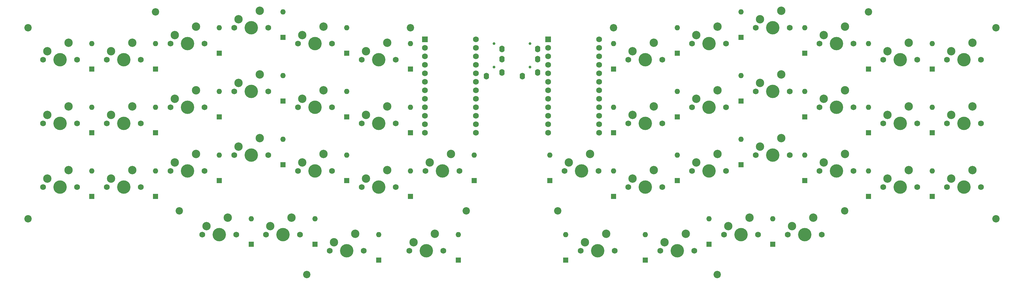
<source format=gbr>
%TF.GenerationSoftware,KiCad,Pcbnew,7.0.8*%
%TF.CreationDate,2023-11-04T09:20:36+09:00*%
%TF.ProjectId,scene46,7363656e-6534-4362-9e6b-696361645f70,rev?*%
%TF.SameCoordinates,Original*%
%TF.FileFunction,Soldermask,Bot*%
%TF.FilePolarity,Negative*%
%FSLAX46Y46*%
G04 Gerber Fmt 4.6, Leading zero omitted, Abs format (unit mm)*
G04 Created by KiCad (PCBNEW 7.0.8) date 2023-11-04 09:20:36*
%MOMM*%
%LPD*%
G01*
G04 APERTURE LIST*
%ADD10C,0.800000*%
%ADD11O,1.600000X2.000000*%
%ADD12C,1.750000*%
%ADD13C,4.000000*%
%ADD14C,2.500000*%
%ADD15C,2.200000*%
%ADD16R,1.752600X1.752600*%
%ADD17C,1.752600*%
%ADD18R,1.600000X1.600000*%
%ADD19O,1.600000X1.600000*%
G04 APERTURE END LIST*
D10*
%TO.C,U3*%
X158353125Y-28575000D03*
X158353125Y-35575000D03*
D11*
X156053125Y-38275000D03*
X160653125Y-37175000D03*
X160653125Y-33175000D03*
X160653125Y-30175000D03*
%TD*%
D12*
%TO.C,S32*%
X236593362Y-42862500D03*
D13*
X241673362Y-42862500D03*
D12*
X246753362Y-42862500D03*
D14*
X237863362Y-40322500D03*
X244213362Y-37782500D03*
%TD*%
D15*
%TO.C,H5*%
X64293750Y-78581250D03*
%TD*%
D12*
%TO.C,S35*%
X293743362Y-52387500D03*
D13*
X298823362Y-52387500D03*
D12*
X303903362Y-52387500D03*
D14*
X295013362Y-49847500D03*
X301363362Y-47307500D03*
%TD*%
D12*
%TO.C,S9*%
X61595000Y-47625000D03*
D13*
X66675000Y-47625000D03*
D12*
X71755000Y-47625000D03*
D14*
X62865000Y-45085000D03*
X69215000Y-42545000D03*
%TD*%
D12*
%TO.C,S26*%
X236593362Y-23812500D03*
D13*
X241673362Y-23812500D03*
D12*
X246753362Y-23812500D03*
D14*
X237863362Y-21272500D03*
X244213362Y-18732500D03*
%TD*%
D15*
%TO.C,H1*%
X19050000Y-23812500D03*
%TD*%
D12*
%TO.C,S39*%
X236593362Y-61912500D03*
D13*
X241673362Y-61912500D03*
D12*
X246753362Y-61912500D03*
D14*
X237863362Y-59372500D03*
X244213362Y-56832500D03*
%TD*%
D12*
%TO.C,S16*%
X80645000Y-61912500D03*
D13*
X85725000Y-61912500D03*
D12*
X90805000Y-61912500D03*
D14*
X81915000Y-59372500D03*
X88265000Y-56832500D03*
%TD*%
D12*
%TO.C,S43*%
X184205862Y-90487500D03*
D13*
X189285862Y-90487500D03*
D12*
X194365862Y-90487500D03*
D14*
X185475862Y-87947500D03*
X191825862Y-85407500D03*
%TD*%
D12*
%TO.C,S13*%
X23495000Y-71437500D03*
D13*
X28575000Y-71437500D03*
D12*
X33655000Y-71437500D03*
D14*
X24765000Y-68897500D03*
X31115000Y-66357500D03*
%TD*%
D12*
%TO.C,S10*%
X80645000Y-42862500D03*
D13*
X85725000Y-42862500D03*
D12*
X90805000Y-42862500D03*
D14*
X81915000Y-40322500D03*
X88265000Y-37782500D03*
%TD*%
D12*
%TO.C,S2*%
X42545000Y-33337500D03*
D13*
X47625000Y-33337500D03*
D12*
X52705000Y-33337500D03*
D14*
X43815000Y-30797500D03*
X50165000Y-28257500D03*
%TD*%
D15*
%TO.C,H10*%
X177379612Y-78581250D03*
%TD*%
D12*
%TO.C,S17*%
X99695000Y-66675000D03*
D13*
X104775000Y-66675000D03*
D12*
X109855000Y-66675000D03*
D14*
X100965000Y-64135000D03*
X107315000Y-61595000D03*
%TD*%
D15*
%TO.C,H4*%
X102393750Y-97631250D03*
%TD*%
D10*
%TO.C,U4*%
X169045237Y-28575000D03*
X169045237Y-35575000D03*
D11*
X166745237Y-38275000D03*
X171345237Y-37175000D03*
X171345237Y-33175000D03*
X171345237Y-30175000D03*
%TD*%
D15*
%TO.C,H13*%
X308348362Y-80962500D03*
%TD*%
D12*
%TO.C,S20*%
X71120000Y-85725000D03*
D13*
X76200000Y-85725000D03*
D12*
X81280000Y-85725000D03*
D14*
X72390000Y-83185000D03*
X78740000Y-80645000D03*
%TD*%
D12*
%TO.C,S21*%
X90170000Y-85725000D03*
D13*
X95250000Y-85725000D03*
D12*
X100330000Y-85725000D03*
D14*
X91440000Y-83185000D03*
X97790000Y-80645000D03*
%TD*%
D15*
%TO.C,H8*%
X308348362Y-23812500D03*
%TD*%
D12*
%TO.C,S34*%
X274693362Y-52387500D03*
D13*
X279773362Y-52387500D03*
D12*
X284853362Y-52387500D03*
D14*
X275963362Y-49847500D03*
X282313362Y-47307500D03*
%TD*%
D15*
%TO.C,H7*%
X133350000Y-23812500D03*
%TD*%
D12*
%TO.C,S30*%
X198493362Y-52387500D03*
D13*
X203573362Y-52387500D03*
D12*
X208653362Y-52387500D03*
D14*
X199763362Y-49847500D03*
X206113362Y-47307500D03*
%TD*%
D12*
%TO.C,S28*%
X274693362Y-33337500D03*
D13*
X279773362Y-33337500D03*
D12*
X284853362Y-33337500D03*
D14*
X275963362Y-30797500D03*
X282313362Y-28257500D03*
%TD*%
D12*
%TO.C,S6*%
X118745000Y-33337500D03*
D13*
X123825000Y-33337500D03*
D12*
X128905000Y-33337500D03*
D14*
X120015000Y-30797500D03*
X126365000Y-28257500D03*
%TD*%
D12*
%TO.C,S45*%
X227068362Y-85725000D03*
D13*
X232148362Y-85725000D03*
D12*
X237228362Y-85725000D03*
D14*
X228338362Y-83185000D03*
X234688362Y-80645000D03*
%TD*%
D12*
%TO.C,S18*%
X118745000Y-71437500D03*
D13*
X123825000Y-71437500D03*
D12*
X128905000Y-71437500D03*
D14*
X120015000Y-68897500D03*
X126365000Y-66357500D03*
%TD*%
D12*
%TO.C,S22*%
X109220000Y-90487500D03*
D13*
X114300000Y-90487500D03*
D12*
X119380000Y-90487500D03*
D14*
X110490000Y-87947500D03*
X116840000Y-85407500D03*
%TD*%
D12*
%TO.C,S41*%
X274693362Y-71437500D03*
D13*
X279773362Y-71437500D03*
D12*
X284853362Y-71437500D03*
D14*
X275963362Y-68897500D03*
X282313362Y-66357500D03*
%TD*%
D12*
%TO.C,S29*%
X293743362Y-33337500D03*
D13*
X298823362Y-33337500D03*
D12*
X303903362Y-33337500D03*
D14*
X295013362Y-30797500D03*
X301363362Y-28257500D03*
%TD*%
D12*
%TO.C,S3*%
X61595000Y-28575000D03*
D13*
X66675000Y-28575000D03*
D12*
X71755000Y-28575000D03*
D14*
X62865000Y-26035000D03*
X69215000Y-23495000D03*
%TD*%
D12*
%TO.C,S23*%
X133032500Y-90487500D03*
D13*
X138112500Y-90487500D03*
D12*
X143192500Y-90487500D03*
D14*
X134302500Y-87947500D03*
X140652500Y-85407500D03*
%TD*%
D12*
%TO.C,S5*%
X99695000Y-28575000D03*
D13*
X104775000Y-28575000D03*
D12*
X109855000Y-28575000D03*
D14*
X100965000Y-26035000D03*
X107315000Y-23495000D03*
%TD*%
D12*
%TO.C,S44*%
X208018362Y-90487500D03*
D13*
X213098362Y-90487500D03*
D12*
X218178362Y-90487500D03*
D14*
X209288362Y-87947500D03*
X215638362Y-85407500D03*
%TD*%
D15*
%TO.C,H9*%
X270248362Y-19050000D03*
%TD*%
D16*
%TO.C,U1*%
X137636250Y-27305000D03*
D17*
X137636250Y-29845000D03*
X137636250Y-32385000D03*
X137636250Y-34925000D03*
X137636250Y-37465000D03*
X137636250Y-40005000D03*
X137636250Y-42545000D03*
X137636250Y-45085000D03*
X137636250Y-47625000D03*
X137636250Y-50165000D03*
X137636250Y-52705000D03*
X137636250Y-55245000D03*
X152876250Y-55245000D03*
X152876250Y-52705000D03*
X152876250Y-50165000D03*
X152876250Y-47625000D03*
X152876250Y-45085000D03*
X152876250Y-42545000D03*
X152876250Y-40005000D03*
X152876250Y-37465000D03*
X152876250Y-34925000D03*
X152876250Y-32385000D03*
X152876250Y-29845000D03*
X152876250Y-27305000D03*
%TD*%
D12*
%TO.C,S46*%
X246118362Y-85725000D03*
D13*
X251198362Y-85725000D03*
D12*
X256278362Y-85725000D03*
D14*
X247388362Y-83185000D03*
X253738362Y-80645000D03*
%TD*%
D12*
%TO.C,S42*%
X293743362Y-71437500D03*
D13*
X298823362Y-71437500D03*
D12*
X303903362Y-71437500D03*
D14*
X295013362Y-68897500D03*
X301363362Y-66357500D03*
%TD*%
D12*
%TO.C,S11*%
X99695000Y-47625000D03*
D13*
X104775000Y-47625000D03*
D12*
X109855000Y-47625000D03*
D14*
X100965000Y-45085000D03*
X107315000Y-42545000D03*
%TD*%
D12*
%TO.C,S19*%
X137795000Y-66675000D03*
D13*
X142875000Y-66675000D03*
D12*
X147955000Y-66675000D03*
D14*
X139065000Y-64135000D03*
X145415000Y-61595000D03*
%TD*%
D12*
%TO.C,S40*%
X255643362Y-66675000D03*
D13*
X260723362Y-66675000D03*
D12*
X265803362Y-66675000D03*
D14*
X256913362Y-64135000D03*
X263263362Y-61595000D03*
%TD*%
D12*
%TO.C,S1*%
X23495000Y-33337500D03*
D13*
X28575000Y-33337500D03*
D12*
X33655000Y-33337500D03*
D14*
X24765000Y-30797500D03*
X31115000Y-28257500D03*
%TD*%
D12*
%TO.C,S12*%
X118745000Y-52387500D03*
D13*
X123825000Y-52387500D03*
D12*
X128905000Y-52387500D03*
D14*
X120015000Y-49847500D03*
X126365000Y-47307500D03*
%TD*%
D12*
%TO.C,S37*%
X198493362Y-71437500D03*
D13*
X203573362Y-71437500D03*
D12*
X208653362Y-71437500D03*
D14*
X199763362Y-68897500D03*
X206113362Y-66357500D03*
%TD*%
D12*
%TO.C,S24*%
X198493362Y-33337500D03*
D13*
X203573362Y-33337500D03*
D12*
X208653362Y-33337500D03*
D14*
X199763362Y-30797500D03*
X206113362Y-28257500D03*
%TD*%
D12*
%TO.C,S25*%
X217543362Y-28575000D03*
D13*
X222623362Y-28575000D03*
D12*
X227703362Y-28575000D03*
D14*
X218813362Y-26035000D03*
X225163362Y-23495000D03*
%TD*%
D15*
%TO.C,H3*%
X150018750Y-78581250D03*
%TD*%
%TO.C,H11*%
X225004612Y-97631250D03*
%TD*%
D12*
%TO.C,S33*%
X255643362Y-47625000D03*
D13*
X260723362Y-47625000D03*
D12*
X265803362Y-47625000D03*
D14*
X256913362Y-45085000D03*
X263263362Y-42545000D03*
%TD*%
D15*
%TO.C,H2*%
X57150000Y-19050000D03*
%TD*%
D12*
%TO.C,S38*%
X217543362Y-66675000D03*
D13*
X222623362Y-66675000D03*
D12*
X227703362Y-66675000D03*
D14*
X218813362Y-64135000D03*
X225163362Y-61595000D03*
%TD*%
D12*
%TO.C,S7*%
X23495000Y-52387500D03*
D13*
X28575000Y-52387500D03*
D12*
X33655000Y-52387500D03*
D14*
X24765000Y-49847500D03*
X31115000Y-47307500D03*
%TD*%
D12*
%TO.C,S36*%
X179443362Y-66675000D03*
D13*
X184523362Y-66675000D03*
D12*
X189603362Y-66675000D03*
D14*
X180713362Y-64135000D03*
X187063362Y-61595000D03*
%TD*%
D15*
%TO.C,H6*%
X19050000Y-80962500D03*
%TD*%
D12*
%TO.C,S31*%
X217543362Y-47625000D03*
D13*
X222623362Y-47625000D03*
D12*
X227703362Y-47625000D03*
D14*
X218813362Y-45085000D03*
X225163362Y-42545000D03*
%TD*%
D12*
%TO.C,S4*%
X80645000Y-23812500D03*
D13*
X85725000Y-23812500D03*
D12*
X90805000Y-23812500D03*
D14*
X81915000Y-21272500D03*
X88265000Y-18732500D03*
%TD*%
D12*
%TO.C,S27*%
X255643362Y-28575000D03*
D13*
X260723362Y-28575000D03*
D12*
X265803362Y-28575000D03*
D14*
X256913362Y-26035000D03*
X263263362Y-23495000D03*
%TD*%
D12*
%TO.C,S14*%
X42545000Y-71437500D03*
D13*
X47625000Y-71437500D03*
D12*
X52705000Y-71437500D03*
D14*
X43815000Y-68897500D03*
X50165000Y-66357500D03*
%TD*%
D16*
%TO.C,U2*%
X174522112Y-27305000D03*
D17*
X174522112Y-29845000D03*
X174522112Y-32385000D03*
X174522112Y-34925000D03*
X174522112Y-37465000D03*
X174522112Y-40005000D03*
X174522112Y-42545000D03*
X174522112Y-45085000D03*
X174522112Y-47625000D03*
X174522112Y-50165000D03*
X174522112Y-52705000D03*
X174522112Y-55245000D03*
X189762112Y-55245000D03*
X189762112Y-52705000D03*
X189762112Y-50165000D03*
X189762112Y-47625000D03*
X189762112Y-45085000D03*
X189762112Y-42545000D03*
X189762112Y-40005000D03*
X189762112Y-37465000D03*
X189762112Y-34925000D03*
X189762112Y-32385000D03*
X189762112Y-29845000D03*
X189762112Y-27305000D03*
%TD*%
D15*
%TO.C,H12*%
X263104612Y-78581250D03*
%TD*%
D12*
%TO.C,S15*%
X61595000Y-66675000D03*
D13*
X66675000Y-66675000D03*
D12*
X71755000Y-66675000D03*
D14*
X62865000Y-64135000D03*
X69215000Y-61595000D03*
%TD*%
D12*
%TO.C,S8*%
X42545000Y-52387500D03*
D13*
X47625000Y-52387500D03*
D12*
X52705000Y-52387500D03*
D14*
X43815000Y-49847500D03*
X50165000Y-47307500D03*
%TD*%
D15*
%TO.C,H14*%
X194048362Y-23812500D03*
%TD*%
D18*
%TO.C,D44*%
X203573362Y-93345000D03*
D19*
X203573362Y-85725000D03*
%TD*%
D18*
%TO.C,D26*%
X232148362Y-26670000D03*
D19*
X232148362Y-19050000D03*
%TD*%
D18*
%TO.C,D28*%
X270248362Y-36195000D03*
D19*
X270248362Y-28575000D03*
%TD*%
D18*
%TO.C,D25*%
X213098362Y-31432500D03*
D19*
X213098362Y-23812500D03*
%TD*%
D18*
%TO.C,D6*%
X133350000Y-36195000D03*
D19*
X133350000Y-28575000D03*
%TD*%
D18*
%TO.C,D35*%
X289298362Y-55245000D03*
D19*
X289298362Y-47625000D03*
%TD*%
D18*
%TO.C,D27*%
X251198362Y-31432500D03*
D19*
X251198362Y-23812500D03*
%TD*%
D18*
%TO.C,D1*%
X38100000Y-36195000D03*
D19*
X38100000Y-28575000D03*
%TD*%
D18*
%TO.C,D7*%
X38100000Y-55245000D03*
D19*
X38100000Y-47625000D03*
%TD*%
D18*
%TO.C,D34*%
X270248362Y-55245000D03*
D19*
X270248362Y-47625000D03*
%TD*%
D18*
%TO.C,D45*%
X222623362Y-88582500D03*
D19*
X222623362Y-80962500D03*
%TD*%
D18*
%TO.C,D39*%
X232148362Y-64770000D03*
D19*
X232148362Y-57150000D03*
%TD*%
D18*
%TO.C,D3*%
X76200000Y-31432500D03*
D19*
X76200000Y-23812500D03*
%TD*%
D18*
%TO.C,D23*%
X147637500Y-93345000D03*
D19*
X147637500Y-85725000D03*
%TD*%
D18*
%TO.C,D37*%
X194048362Y-74295000D03*
D19*
X194048362Y-66675000D03*
%TD*%
D18*
%TO.C,D17*%
X114300000Y-69532500D03*
D19*
X114300000Y-61912500D03*
%TD*%
D18*
%TO.C,D46*%
X241673362Y-88582500D03*
D19*
X241673362Y-80962500D03*
%TD*%
D18*
%TO.C,D40*%
X251198362Y-69532500D03*
D19*
X251198362Y-61912500D03*
%TD*%
D18*
%TO.C,D31*%
X213098362Y-50482500D03*
D19*
X213098362Y-42862500D03*
%TD*%
D18*
%TO.C,D13*%
X38100000Y-74295000D03*
D19*
X38100000Y-66675000D03*
%TD*%
D18*
%TO.C,D42*%
X289298362Y-74295000D03*
D19*
X289298362Y-66675000D03*
%TD*%
D18*
%TO.C,D36*%
X174998362Y-69532500D03*
D19*
X174998362Y-61912500D03*
%TD*%
D18*
%TO.C,D16*%
X95250000Y-64770000D03*
D19*
X95250000Y-57150000D03*
%TD*%
D18*
%TO.C,D33*%
X251198362Y-50482500D03*
D19*
X251198362Y-42862500D03*
%TD*%
D18*
%TO.C,D30*%
X194048362Y-55245000D03*
D19*
X194048362Y-47625000D03*
%TD*%
D18*
%TO.C,D20*%
X85725000Y-88582500D03*
D19*
X85725000Y-80962500D03*
%TD*%
D18*
%TO.C,D4*%
X95250000Y-26670000D03*
D19*
X95250000Y-19050000D03*
%TD*%
D18*
%TO.C,D5*%
X114300000Y-31432500D03*
D19*
X114300000Y-23812500D03*
%TD*%
D18*
%TO.C,D38*%
X213098362Y-69532500D03*
D19*
X213098362Y-61912500D03*
%TD*%
D18*
%TO.C,D18*%
X133350000Y-74295000D03*
D19*
X133350000Y-66675000D03*
%TD*%
D18*
%TO.C,D9*%
X76200000Y-50482500D03*
D19*
X76200000Y-42862500D03*
%TD*%
D18*
%TO.C,D15*%
X76200000Y-69532500D03*
D19*
X76200000Y-61912500D03*
%TD*%
D18*
%TO.C,D32*%
X232148362Y-45720000D03*
D19*
X232148362Y-38100000D03*
%TD*%
D18*
%TO.C,D12*%
X133350000Y-55245000D03*
D19*
X133350000Y-47625000D03*
%TD*%
D18*
%TO.C,D19*%
X152400000Y-69532500D03*
D19*
X152400000Y-61912500D03*
%TD*%
D18*
%TO.C,D41*%
X270248362Y-74295000D03*
D19*
X270248362Y-66675000D03*
%TD*%
D18*
%TO.C,D2*%
X57150000Y-36195000D03*
D19*
X57150000Y-28575000D03*
%TD*%
D18*
%TO.C,D21*%
X104775000Y-88582500D03*
D19*
X104775000Y-80962500D03*
%TD*%
D18*
%TO.C,D43*%
X179760862Y-93345000D03*
D19*
X179760862Y-85725000D03*
%TD*%
D18*
%TO.C,D14*%
X57150000Y-74295000D03*
D19*
X57150000Y-66675000D03*
%TD*%
D18*
%TO.C,D24*%
X194048362Y-36195000D03*
D19*
X194048362Y-28575000D03*
%TD*%
D18*
%TO.C,D8*%
X57150000Y-55245000D03*
D19*
X57150000Y-47625000D03*
%TD*%
D18*
%TO.C,D11*%
X114300000Y-50482500D03*
D19*
X114300000Y-42862500D03*
%TD*%
D18*
%TO.C,D22*%
X123825000Y-93345000D03*
D19*
X123825000Y-85725000D03*
%TD*%
D18*
%TO.C,D10*%
X95250000Y-45720000D03*
D19*
X95250000Y-38100000D03*
%TD*%
D18*
%TO.C,D29*%
X289298362Y-36195000D03*
D19*
X289298362Y-28575000D03*
%TD*%
M02*

</source>
